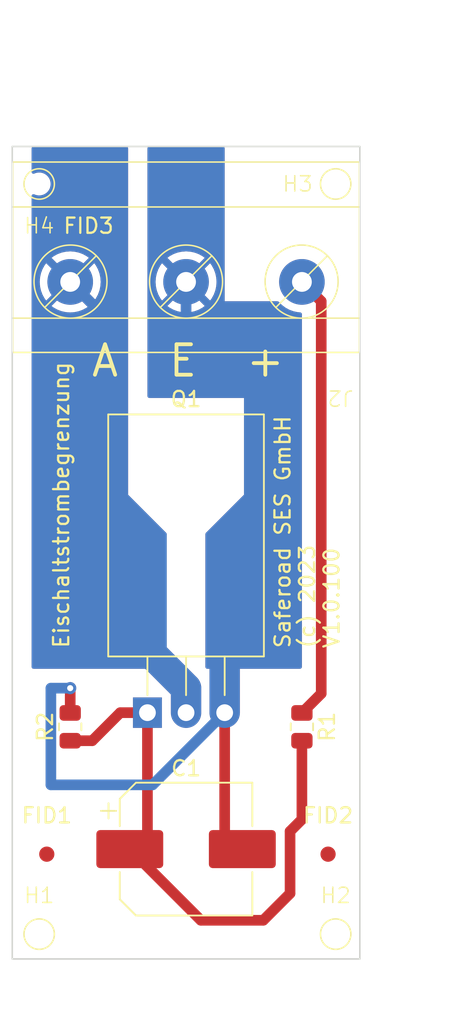
<source format=kicad_pcb>
(kicad_pcb (version 20240108) (generator "pcbnew") (generator_version "8.0")
  (layers (0 "F.Cu" signal) (31 "B.Cu" signal) (34 "B.Paste" user) (35 "F.Paste" user) (36 "B.SilkS" user "B.Silkscreen") (37 "F.SilkS" user "F.Silkscreen") (38 "B.Mask" user) (39 "F.Mask" user) (44 "Edge.Cuts" user))
  (net 0 "")
  (net 1 "Net-(Q1-G)")
  (net 2 "GND")
  (net 3 "+24V")
  (net 4 "GND1")
  (footprint "Resistor_SMD:R_0805_2012Metric" (layer "F.Cu") (at 144.78 104.14 -90)
    (property "Reference" "R1" (at 0 -1.65 90) (layer "F.SilkS"))
    (property "Value" "22k")
    (fp_line (start -0.227064 0.735) (end 0.227064 0.735) (stroke (width 0.12)) (layer "F.SilkS"))
    (fp_line (start -0.227064 -0.735) (end 0.227064 -0.735) (stroke (width 0.12)) (layer "F.SilkS"))
    (pad "1" smd roundrect (at -0.9125 0 270) (size 1.025 1.4) (layers "F.Cu" "F.Paste" "F.Mask") (roundrect_rratio 0.243902439) (net 3 "+24V"))
    (pad "2" smd roundrect (at 0.9125 0 270) (size 1.025 1.4) (layers "F.Cu" "F.Paste" "F.Mask") (roundrect_rratio 0.243902439) (net 1 "Net-(Q1-G)"))
  )
  (footprint "myHoles:printer_mounting_holes_1mm" (layer "F.Cu") (at 147 68.5)
    (property "Reference" "H3" (at -2.5 0 0) (layer "F.SilkS") (effects (font (thickness 0.1))))
    (property "Value" "~")
    (fp_circle (center 0 0) (end 1 0) (stroke (width 0.1)) (fill none) (layer "F.SilkS"))
    (pad "" np_thru_hole circle (at 0 0) (size 1 1) (drill 1) (layers "F&B.Cu" "*.Mask"))
  )
  (footprint "myHoles:printer_mounting_holes_1mm" (layer "F.Cu") (at 127.5 117.75)
    (property "Reference" "H1" (at 0 -2.54 0) (layer "F.SilkS") (effects (font (thickness 0.1))))
    (property "Value" "~")
    (fp_circle (center 0 0) (end 1 0) (stroke (width 0.1)) (fill none) (layer "F.SilkS"))
    (pad "" np_thru_hole circle (at 0 0) (size 1 1) (drill 1) (layers "F&B.Cu" "*.Mask"))
  )
  (footprint "Fiducial:Fiducial_1mm_Mask3mm" (layer "F.Cu") (at 146.5 112.5)
    (property "Reference" "FID2" (at 0 -2.54 0) (layer "F.SilkS"))
    (property "Value" "Fiducial")
    (pad "" smd circle (at 0 0) (size 1 1) (layers "F.Cu" "F.Mask") (clearance 1))
  )
  (footprint "myHoles:printer_mounting_holes_1mm" (layer "F.Cu") (at 147 117.75)
    (property "Reference" "H2" (at 0 -2.54 0) (layer "F.SilkS") (effects (font (thickness 0.1))))
    (property "Value" "~")
    (fp_circle (center 0 0) (end 1 0) (stroke (width 0.1)) (fill none) (layer "F.SilkS"))
    (pad "" np_thru_hole circle (at 0 0) (size 1 1) (drill 1) (layers "F&B.Cu" "*.Mask"))
  )
  (footprint "Capacitor_SMD:CP_Elec_8x10.5" (layer "F.Cu") (at 137.16 112.1675)
    (property "Reference" "C1" (at 0 -5.3 0) (layer "F.SilkS"))
    (property "Value" "100µF")
    (fp_line (start -5.6 -2.51) (end -4.6 -2.51) (stroke (width 0.12)) (layer "F.SilkS"))
    (fp_line (start -5.1 -3.01) (end -5.1 -2.01) (stroke (width 0.12)) (layer "F.SilkS"))
    (fp_line (start -4.36 -3.295563) (end -4.36 -1.51) (stroke (width 0.12)) (layer "F.SilkS"))
    (fp_line (start -4.36 -3.295563) (end -3.295563 -4.36) (stroke (width 0.12)) (layer "F.SilkS"))
    (fp_line (start -4.36 3.295563) (end -4.36 1.51) (stroke (width 0.12)) (layer "F.SilkS"))
    (fp_line (start -4.36 3.295563) (end -3.295563 4.36) (stroke (width 0.12)) (layer "F.SilkS"))
    (fp_line (start -3.295563 -4.36) (end 4.36 -4.36) (stroke (width 0.12)) (layer "F.SilkS"))
    (fp_line (start -3.295563 4.36) (end 4.36 4.36) (stroke (width 0.12)) (layer "F.SilkS"))
    (fp_line (start 4.36 -4.36) (end 4.36 -1.51) (stroke (width 0.12)) (layer "F.SilkS"))
    (fp_line (start 4.36 4.36) (end 4.36 1.51) (stroke (width 0.12)) (layer "F.SilkS"))
    (pad "1" smd roundrect (at -3.7 0) (size 4.4 2.5) (layers "F.Cu" "F.Paste" "F.Mask") (roundrect_rratio 0.1) (net 1 "Net-(Q1-G)"))
    (pad "2" smd roundrect (at 3.7 0) (size 4.4 2.5) (layers "F.Cu" "F.Paste" "F.Mask") (roundrect_rratio 0.1) (net 2 "GND"))
  )
  (footprint "Fiducial:Fiducial_1mm_Mask3mm" (layer "F.Cu") (at 128 112.5)
    (property "Reference" "FID1" (at 0 -2.54 0) (layer "F.SilkS"))
    (property "Value" "Fiducial")
    (pad "" smd circle (at 0 0) (size 1 1) (layers "F.Cu" "F.Mask") (clearance 1))
  )
  (footprint "myHoles:printer_mounting_holes_1mm" (layer "F.Cu") (at 127.5 68.5)
    (property "Reference" "H4" (at 0 2.75 0) (layer "F.SilkS") (effects (font (thickness 0.1))))
    (property "Value" "~")
    (fp_circle (center 0 0) (end 1 0) (stroke (width 0.1)) (fill none) (layer "F.SilkS"))
    (pad "" np_thru_hole circle (at 0 0) (size 1 1) (drill 1) (layers "F&B.Cu" "*.Mask"))
  )
  (footprint "Resistor_SMD:R_0805_2012Metric" (layer "F.Cu") (at 129.54 104.14 90)
    (property "Reference" "R2" (at 0 -1.65 90) (layer "F.SilkS"))
    (property "Value" "22k")
    (fp_line (start -0.227064 -0.735) (end 0.227064 -0.735) (stroke (width 0.12)) (layer "F.SilkS"))
    (fp_line (start -0.227064 0.735) (end 0.227064 0.735) (stroke (width 0.12)) (layer "F.SilkS"))
    (pad "1" smd roundrect (at -0.9125 0 90) (size 1.025 1.4) (layers "F.Cu" "F.Paste" "F.Mask") (roundrect_rratio 0.243902439) (net 1 "Net-(Q1-G)"))
    (pad "2" smd roundrect (at 0.9125 0 90) (size 1.025 1.4) (layers "F.Cu" "F.Paste" "F.Mask") (roundrect_rratio 0.243902439) (net 2 "GND"))
  )
  (footprint "Package_TO_SOT_THT:TO-220-3_Horizontal_TabDown" (layer "F.Cu") (at 134.62 103.21)
    (property "Reference" "Q1" (at 2.54 -20.58 0) (layer "F.SilkS"))
    (property "Value" "IRF540")
    (fp_line (start -2.58 -19.58) (end -2.58 -3.69) (stroke (width 0.12)) (layer "F.SilkS"))
    (fp_line (start -2.58 -19.58) (end 7.66 -19.58) (stroke (width 0.12)) (layer "F.SilkS"))
    (fp_line (start -2.58 -3.69) (end 7.66 -3.69) (stroke (width 0.12)) (layer "F.SilkS"))
    (fp_line (start 0 -3.69) (end 0 -1.15) (stroke (width 0.12)) (layer "F.SilkS"))
    (fp_line (start 2.54 -3.69) (end 2.54 -1.15) (stroke (width 0.12)) (layer "F.SilkS"))
    (fp_line (start 5.08 -3.69) (end 5.08 -1.15) (stroke (width 0.12)) (layer "F.SilkS"))
    (fp_line (start 7.66 -19.58) (end 7.66 -3.69) (stroke (width 0.12)) (layer "F.SilkS"))
    (pad "" np_thru_hole oval (at 2.54 -16.66) (size 3.5 3.5) (drill 3.5) (layers "*.Cu" "*.Mask"))
    (pad "1" thru_hole rect (at 0 0) (size 1.905 2) (drill 1.1) (layers "*.Cu" "*.Mask") (net 1 "Net-(Q1-G)"))
    (pad "2" thru_hole oval (at 2.54 0) (size 1.905 2) (drill 1.1) (layers "*.Cu" "*.Mask") (net 4 "GND1"))
    (pad "3" thru_hole oval (at 5.08 0) (size 1.905 2) (drill 1.1) (layers "*.Cu" "*.Mask") (net 2 "GND"))
  )
  (footprint "Fiducial:Fiducial_1mm_Mask3mm" (layer "F.Cu") (at 130.75 68.5)
    (property "Reference" "FID3" (at 0 2.75 0) (layer "F.SilkS"))
    (property "Value" "Fiducial")
    (pad "" smd circle (at 0 0) (size 1 1) (layers "F.Cu" "F.Mask") (clearance 1))
  )
  (footprint "Library:MKDS 5  3-7,62" (layer "F.Cu") (at 137.16 74.93 180)
    (property "Reference" "J2" (at -10.16 -7.62 180) (layer "F.SilkS") (effects (font (thickness 0.1))))
    (property "Value" "Conn_01x03")
    (fp_line (start 11.4 7.87) (end 11.4 -4.63) (stroke (width 0.1)) (layer "F.SilkS"))
    (fp_line (start 9.3 -1.68) (end 5.9 1.72) (stroke (width 0.1)) (layer "F.SilkS"))
    (fp_line (start 1.7 -1.68) (end -1.7 1.72) (stroke (width 0.1)) (layer "F.SilkS"))
    (fp_line (start -5.9 -1.68) (end -9.3 1.72) (stroke (width 0.1)) (layer "F.SilkS"))
    (fp_line (start -11.4 7.87) (end 11.4 7.87) (stroke (width 0.1)) (layer "F.SilkS"))
    (fp_line (start -11.4 4.92) (end 11.4 4.92) (stroke (width 0.1)) (layer "F.SilkS"))
    (fp_line (start -11.4 -2.38) (end 11.4 -2.38) (stroke (width 0.1)) (layer "F.SilkS"))
    (fp_line (start -11.4 -4.63) (end 11.4 -4.63) (stroke (width 0.1)) (layer "F.SilkS"))
    (fp_line (start -11.4 -4.63) (end -11.4 7.87) (stroke (width 0.1)) (layer "F.SilkS"))
    (fp_circle (center 7.6 0.02) (end 10 0.02) (stroke (width 0.1)) (fill none) (layer "F.SilkS"))
    (fp_circle (center 0 0.02) (end 2.4 0.02) (stroke (width 0.1)) (fill none) (layer "F.SilkS"))
    (fp_circle (center -7.6 0.02) (end -5.2 0.02) (stroke (width 0.1)) (fill none) (layer "F.SilkS"))
    (pad "1" thru_hole circle (at -7.62 0 180) (size 3 3) (drill 1.3) (layers "*.Cu" "*.Mask") (net 3 "+24V"))
    (pad "2" thru_hole circle (at 0 0 180) (size 3 3) (drill 1.3) (layers "*.Cu" "*.Mask") (net 2 "GND"))
    (pad "3" thru_hole circle (at 7.62 0 180) (size 3 3) (drill 1.3) (layers "*.Cu" "*.Mask") (net 4 "GND1"))
  )
  (gr_line (start 125.73 119.38) (end 125.73 66.04) (stroke (width 0.1)) (layer "Edge.Cuts"))
  (gr_line (start 148.59 66.04) (end 148.59 119.38) (stroke (width 0.1)) (layer "Edge.Cuts"))
  (gr_line (start 125.73 66.04) (end 148.59 66.04) (stroke (width 0.1)) (layer "Edge.Cuts"))
  (gr_line (start 148.59 119.38) (end 125.73 119.38) (stroke (width 0.1)) (layer "Edge.Cuts"))
  (gr_text "Eischaltstrombegrenzung" (at 129.54 99.06 90) (layer "F.SilkS") (effects (font (size 1 1)) (justify left bottom)))
  (gr_text "+" (at 140.97 81.28 0) (layer "F.SilkS") (effects (font (size 2 2) (thickness 0.25)) (justify left bottom)))
  (gr_text "E" (at 135.89 81.28 0) (layer "F.SilkS") (effects (font (size 2 2) (thickness 0.25)) (justify left bottom)))
  (gr_text "A" (at 130.81 81.28 0) (layer "F.SilkS") (effects (font (size 2 2) (thickness 0.25)) (justify left bottom)))
  (gr_text "Saferoad SES GmbH\n(c) 2023\nV1.0.100" (at 147.32 99.06 90) (layer "F.SilkS") (effects (font (size 1 1)) (justify left bottom)))
  (segment (start 144.78 110.22) (end 144 111) (width 0.7) (layer "F.Cu") (net 1))
  (segment (start 138.1325 116.84) (end 133.46 112.1675) (width 0.7) (layer "F.Cu") (net 1))
  (segment (start 144 115.08) (end 142.24 116.84) (width 0.7) (layer "F.Cu") (net 1))
  (segment (start 142.24 116.84) (end 138.1325 116.84) (width 0.7) (layer "F.Cu") (net 1))
  (segment (start 130.98875 105.0525) (end 132.83125 103.21) (width 0.7) (layer "F.Cu") (net 1))
  (segment (start 129.54 105.0525) (end 130.98875 105.0525) (width 0.7) (layer "F.Cu") (net 1))
  (segment (start 144 111) (end 144 115.08) (width 0.7) (layer "F.Cu") (net 1))
  (segment (start 132.83125 103.21) (end 134.62 103.21) (width 0.7) (layer "F.Cu") (net 1))
  (segment (start 134.62 111.0075) (end 134.62 103.21) (width 0.7) (layer "F.Cu") (net 1))
  (segment (start 144.78 105.0525) (end 144.78 110.22) (width 0.7) (layer "F.Cu") (net 1))
  (segment (start 133.46 112.1675) (end 134.62 111.0075) (width 0.25) (layer "F.Cu") (net 1))
  (segment (start 143.51 95.25) (end 143.51 80.01) (width 0.7) (layer "F.Cu") (net 2))
  (segment (start 143.51 80.01) (end 137.16 80.01) (width 0.7) (layer "F.Cu") (net 2))
  (segment (start 139.7 99.06) (end 143.51 95.25) (width 0.7) (layer "F.Cu") (net 2))
  (segment (start 129.54 101.6) (end 129.54 103.2275) (width 0.7) (layer "F.Cu") (net 2))
  (segment (start 137.16 80.01) (end 137.16 74.93) (width 0.7) (layer "F.Cu") (net 2))
  (segment (start 139.7 111.0075) (end 139.7 103.21) (width 0.7) (layer "F.Cu") (net 2))
  (segment (start 139.7 103.21) (end 139.7 99.06) (width 2) (layer "F.Cu") (net 2))
  (segment (start 140.86 112.1675) (end 139.7 111.0075) (width 0.25) (layer "F.Cu") (net 2))
  (via (at 129.54 101.6) (size 0.8) (drill 0.4) (layers "F.Cu" "B.Cu") (net 2))
  (segment (start 137.16 80.01) (end 143.51 80.01) (width 0.7) (layer "B.Cu") (net 2))
  (segment (start 137.16 74.93) (end 137.16 80.01) (width 0.7) (layer "B.Cu") (net 2))
  (segment (start 128.27 107.95) (end 128.27 101.6) (width 0.7) (layer "B.Cu") (net 2))
  (segment (start 143.51 95.25) (end 139.7 99.06) (width 0.7) (layer "B.Cu") (net 2))
  (segment (start 139.7 103.21) (end 134.96 107.95) (width 0.7) (layer "B.Cu") (net 2))
  (segment (start 128.27 101.6) (end 129.54 101.6) (width 0.7) (layer "B.Cu") (net 2))
  (segment (start 134.96 107.95) (end 128.27 107.95) (width 0.7) (layer "B.Cu") (net 2))
  (segment (start 139.7 99.06) (end 139.7 103.21) (width 2) (layer "B.Cu") (net 2))
  (segment (start 143.51 80.01) (end 143.51 95.25) (width 0.7) (layer "B.Cu") (net 2))
  (segment (start 146.05 101.9575) (end 144.78 103.2275) (width 0.7) (layer "F.Cu") (net 3))
  (segment (start 146.05 76.2) (end 146.05 101.9575) (width 0.7) (layer "F.Cu") (net 3))
  (segment (start 144.78 74.93) (end 146.05 76.2) (width 0.7) (layer "F.Cu") (net 3))
  (segment (start 134.62 99.06) (end 137.16 101.6) (width 2) (layer "F.Cu") (net 4))
  (segment (start 132.08 77.47) (end 129.54 74.93) (width 0.7) (layer "F.Cu") (net 4))
  (segment (start 132.08 99.06) (end 132.08 77.47) (width 0.7) (layer "F.Cu") (net 4))
  (segment (start 132.08 99.06) (end 134.62 99.06) (width 2) (layer "F.Cu") (net 4))
  (segment (start 137.16 101.6) (end 137.16 103.21) (width 2) (layer "F.Cu") (net 4))
  (segment (start 132.08 99.06) (end 132.08 77.47) (width 0.7) (layer "B.Cu") (net 4))
  (segment (start 134.62 99.06) (end 137.16 101.6) (width 2) (layer "B.Cu") (net 4))
  (segment (start 132.08 99.06) (end 134.62 99.06) (width 2) (layer "B.Cu") (net 4))
  (segment (start 137.16 101.6) (end 137.16 103.21) (width 2) (layer "B.Cu") (net 4))
  (segment (start 132.08 77.47) (end 129.54 74.93) (width 0.7) (layer "B.Cu") (net 4))
  (zone (net 4) (net_name "GND1") (layers "F&B.Cu") (connect_pads (clearance 0.5)) (min_thickness 0.25) (fill yes (thermal_gap 0.5) (thermal_bridge_width 0.5))
    (polygon (pts (xy 127 66.04) (xy 133.35 66.04) (xy 133.35 88.9) (xy 135.89 91.44) (xy 135.89 100.33) (xy 127 100.33)))
  )
  (zone (net 2) (net_name "GND") (layers "F&B.Cu") (priority 1) (connect_pads (clearance 0.5)) (min_thickness 0.25) (fill yes (thermal_gap 0.5) (thermal_bridge_width 0.5))
    (polygon (pts (xy 134.62 66.04) (xy 139.7 66.04) (xy 139.7 76.2) (xy 144.78 76.2) (xy 144.78 100.33) (xy 138.43 100.33) (xy 138.43 91.44) (xy 140.97 88.9) (xy 140.97 82.55) (xy 134.62 82.55)))
  )
)
</source>
